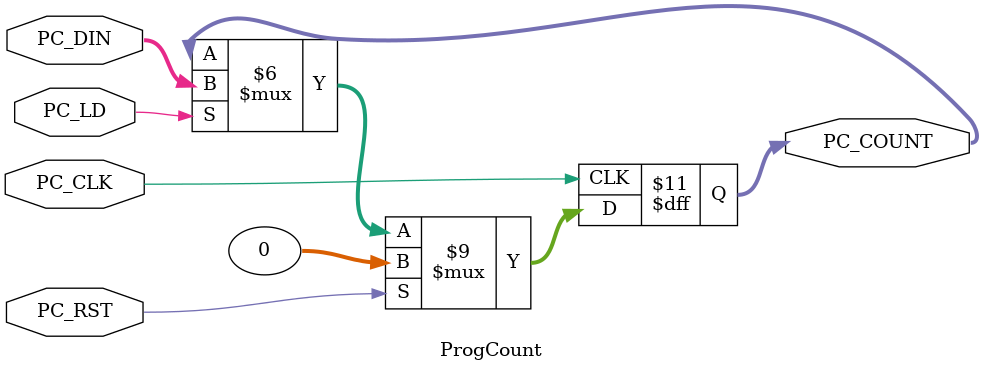
<source format=sv>
`timescale 1ns / 1ps


module ProgCount (
    input PC_CLK,
    input PC_RST,
    input PC_LD,
    input logic [31:0] PC_DIN,
    output logic [31:0] PC_COUNT = 0
);

    always_ff @(posedge PC_CLK) begin
        if (PC_RST == 1'b1) PC_COUNT <= '0;
        else if (PC_LD == 1'b1) PC_COUNT <= PC_DIN;
        else PC_COUNT <= PC_COUNT;
    end

endmodule

</source>
